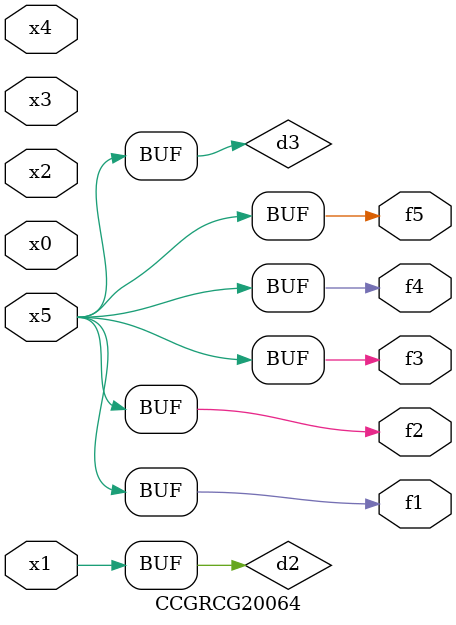
<source format=v>
module CCGRCG20064(
	input x0, x1, x2, x3, x4, x5,
	output f1, f2, f3, f4, f5
);

	wire d1, d2, d3;

	not (d1, x5);
	or (d2, x1);
	xnor (d3, d1);
	assign f1 = d3;
	assign f2 = d3;
	assign f3 = d3;
	assign f4 = d3;
	assign f5 = d3;
endmodule

</source>
